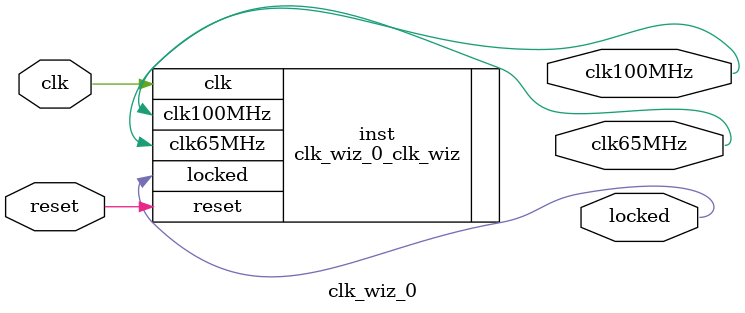
<source format=v>


`timescale 1ps/1ps

(* CORE_GENERATION_INFO = "clk_wiz_0,clk_wiz_v5_4_2_0,{component_name=clk_wiz_0,use_phase_alignment=true,use_min_o_jitter=false,use_max_i_jitter=false,use_dyn_phase_shift=false,use_inclk_switchover=false,use_dyn_reconfig=false,enable_axi=0,feedback_source=FDBK_AUTO,PRIMITIVE=MMCM,num_out_clk=2,clkin1_period=10.000,clkin2_period=10.000,use_power_down=false,use_reset=true,use_locked=true,use_inclk_stopped=false,feedback_type=SINGLE,CLOCK_MGR_TYPE=NA,manual_override=false}" *)

module clk_wiz_0 
 (
  // Clock out ports
  output        clk100MHz,
  output        clk65MHz,
  // Status and control signals
  input         reset,
  output        locked,
 // Clock in ports
  input         clk
 );

  clk_wiz_0_clk_wiz inst
  (
  // Clock out ports  
  .clk100MHz(clk100MHz),
  .clk65MHz(clk65MHz),
  // Status and control signals               
  .reset(reset), 
  .locked(locked),
 // Clock in ports
  .clk(clk)
  );

endmodule

</source>
